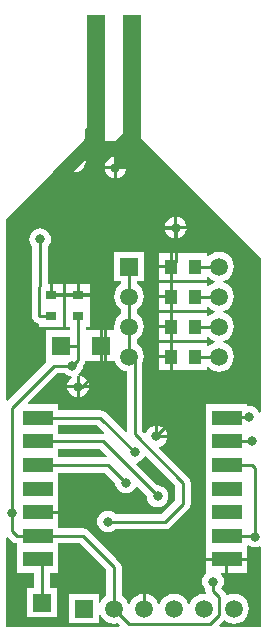
<source format=gbl>
%FSTAX24Y24*%
%MOIN*%
G70*
G01*
G75*
G04 Layer_Physical_Order=2*
G04 Layer_Color=16711680*
%ADD10R,0.0709X0.0709*%
%ADD11R,0.0512X0.0472*%
%ADD12R,0.0374X0.1004*%
%ADD13R,0.1299X0.1004*%
%ADD14R,0.0512X0.0394*%
%ADD15R,0.0394X0.0512*%
%ADD16R,0.0630X0.0630*%
%ADD17O,0.0906X0.0236*%
%ADD18C,0.0100*%
%ADD19R,0.0591X0.0591*%
%ADD20C,0.0591*%
%ADD21C,0.0320*%
%ADD22R,0.0630X0.0630*%
%ADD23R,0.0374X0.0315*%
%ADD24R,0.0984X0.0512*%
G36*
X237751Y186338D02*
X237732Y186292D01*
X236143D01*
Y186369D01*
Y18657D01*
X23752D01*
X237751Y186338D01*
D02*
G37*
G36*
X237676Y187118D02*
X237652Y187074D01*
X237625Y187079D01*
X236143D01*
Y187156D01*
Y187357D01*
X237437D01*
X237676Y187118D01*
D02*
G37*
G36*
X238891Y196927D02*
X242886Y192932D01*
Y187787D01*
X242837Y187778D01*
X242814Y187831D01*
X242757Y187906D01*
X242682Y187964D01*
X242594Y188D01*
X2425Y188013D01*
X242479Y18801D01*
X242442Y188043D01*
Y188068D01*
X241057D01*
Y187156D01*
Y186369D01*
Y185581D01*
Y184794D01*
Y184006D01*
Y183219D01*
Y182937D01*
X242442D01*
Y183219D01*
Y183337D01*
X242487Y18336D01*
X242518Y183335D01*
X242606Y183299D01*
X2427Y183286D01*
X242794Y183299D01*
X242844Y18332D01*
X242886Y183292D01*
Y180646D01*
X241522D01*
X241503Y180692D01*
X241676Y180864D01*
X241686Y180866D01*
X24175Y180817D01*
X241871Y180767D01*
X242Y18075D01*
X242129Y180767D01*
X24225Y180817D01*
X242353Y180896D01*
X242433Y181D01*
X242483Y18112D01*
X2425Y18125D01*
X242483Y181379D01*
X242433Y181499D01*
X242353Y181603D01*
X24225Y181682D01*
X242129Y181732D01*
X242Y181749D01*
X241871Y181732D01*
X241781Y181695D01*
X241737Y181718D01*
X241731Y181748D01*
X241676Y18183D01*
X241581Y181925D01*
X241614Y181968D01*
X241651Y182056D01*
X241663Y18215D01*
X241651Y182244D01*
X241614Y182331D01*
X241557Y182406D01*
X241565Y182431D01*
X2417D01*
Y182837D01*
X241057D01*
Y182431D01*
X241057Y182431D01*
X241057D01*
X241061Y18242D01*
X241043Y182406D01*
X240986Y182331D01*
X240949Y182244D01*
X240937Y18215D01*
X240949Y182056D01*
X240986Y181968D01*
X241043Y181893D01*
X241045Y181891D01*
Y181845D01*
X241058Y181783D01*
X241023Y181746D01*
X241Y181749D01*
X240871Y181732D01*
X24075Y181682D01*
X240647Y181603D01*
X240567Y181499D01*
X240525Y181397D01*
X240475D01*
X240433Y181499D01*
X240353Y181603D01*
X24025Y181682D01*
X240129Y181732D01*
X24Y181749D01*
X239871Y181732D01*
X23975Y181682D01*
X239647Y181603D01*
X239567Y181499D01*
X239525Y181397D01*
X239475D01*
X239433Y181499D01*
X239353Y181603D01*
X23925Y181682D01*
X239129Y181732D01*
X23905Y181743D01*
Y18125D01*
X23895D01*
Y181743D01*
X238871Y181732D01*
X23875Y181682D01*
X238647Y181603D01*
X238567Y181499D01*
X238525Y181397D01*
X238475D01*
X238433Y181499D01*
X238353Y181603D01*
X238255Y181678D01*
Y18265D01*
X238235Y182747D01*
X23818Y18283D01*
X237155Y183855D01*
X237072Y18391D01*
X236975Y18393D01*
X236143D01*
Y184006D01*
Y184412D01*
X23545D01*
Y184512D01*
X236143D01*
Y184794D01*
Y185581D01*
Y185782D01*
X237707D01*
X238037Y185452D01*
X238037Y18545D01*
X238049Y185356D01*
X238086Y185268D01*
X238143Y185193D01*
X238218Y185135D01*
X238306Y185099D01*
X2384Y185086D01*
X238494Y185099D01*
X238582Y185135D01*
X238657Y185193D01*
X238714Y185268D01*
X238728Y185302D01*
X238778Y185312D01*
X239087Y185002D01*
X239087Y185D01*
X239099Y184906D01*
X239136Y184818D01*
X239193Y184743D01*
X239268Y184685D01*
X239356Y184649D01*
X23945Y184636D01*
X239544Y184649D01*
X239632Y184685D01*
X239707Y184743D01*
X239764Y184818D01*
X239801Y184906D01*
X239813Y185D01*
X239801Y185094D01*
X239764Y185181D01*
X239707Y185256D01*
X239632Y185314D01*
X239544Y18535D01*
X23945Y185363D01*
X239448Y185362D01*
X238741Y186069D01*
X238757Y186117D01*
X238778Y186119D01*
X238866Y186156D01*
X238941Y186213D01*
X238999Y186289D01*
X23901Y186316D01*
X239059Y186325D01*
X240045Y185339D01*
Y184855D01*
X239594Y184405D01*
X238058D01*
X238057Y184406D01*
X237982Y184464D01*
X237894Y1845D01*
X2378Y184513D01*
X237706Y1845D01*
X237618Y184464D01*
X237543Y184406D01*
X237486Y184331D01*
X237449Y184244D01*
X237437Y18415D01*
X237449Y184056D01*
X237486Y183968D01*
X237543Y183893D01*
X237618Y183835D01*
X237706Y183799D01*
X2378Y183786D01*
X237894Y183799D01*
X237982Y183835D01*
X238057Y183893D01*
X238058Y183895D01*
X2397D01*
X239798Y183914D01*
X23988Y183969D01*
X24048Y184569D01*
X240536Y184652D01*
X240555Y18475D01*
X240555Y18475D01*
X240555Y18475D01*
Y18475D01*
Y185445D01*
X240536Y185542D01*
X24048Y185625D01*
X239492Y186613D01*
X239505Y186649D01*
X239592Y186685D01*
X239667Y186743D01*
X239725Y186818D01*
X239761Y186906D01*
X239767Y18695D01*
X239411D01*
Y186999D01*
X239361D01*
Y187356D01*
X239317Y18735D01*
X239229Y187314D01*
X239154Y187256D01*
X239096Y187181D01*
X239063Y187101D01*
X239014Y187091D01*
X238939Y187166D01*
Y189416D01*
X238983Y18952D01*
X239Y18965D01*
X238983Y189779D01*
X238933Y189899D01*
X238853Y190003D01*
X238755Y190078D01*
Y190221D01*
X238853Y190296D01*
X238933Y1904D01*
X238983Y19052D01*
X239Y19065D01*
X238983Y190779D01*
X238933Y190899D01*
X238853Y191003D01*
X238755Y191078D01*
Y191221D01*
X238853Y191296D01*
X238933Y1914D01*
X238983Y19152D01*
X239Y19165D01*
X238983Y191779D01*
X238933Y191899D01*
X238853Y192003D01*
X238755Y192078D01*
Y192154D01*
X238995D01*
Y193145D01*
X238005D01*
Y192154D01*
X238245D01*
Y192078D01*
X238147Y192003D01*
X238067Y191899D01*
X238017Y191779D01*
X238Y19165D01*
X238017Y19152D01*
X238067Y1914D01*
X238147Y191296D01*
X238245Y191221D01*
Y191078D01*
X238147Y191003D01*
X238067Y190899D01*
X238017Y190779D01*
X238Y19065D01*
X238011Y190566D01*
X237978Y190528D01*
X237632D01*
Y190013D01*
Y189498D01*
X238027D01*
X238067Y1894D01*
X238147Y189296D01*
X23825Y189217D01*
X238371Y189167D01*
X238429Y189159D01*
Y187151D01*
X238383Y187132D01*
X237723Y187792D01*
X23764Y187847D01*
X237543Y187867D01*
X236143D01*
Y188068D01*
X235144D01*
X235125Y188114D01*
X236106Y189095D01*
X236342D01*
X236343Y189093D01*
X236418Y189035D01*
X236506Y188999D01*
X236576Y18899D01*
X236589Y188941D01*
X236543Y188906D01*
X236486Y188831D01*
X236449Y188744D01*
X236443Y1887D01*
X23675D01*
Y189006D01*
X2368Y189013D01*
X236824Y18901D01*
X236811Y189058D01*
X236857Y189093D01*
X236914Y189168D01*
X236951Y189256D01*
X236963Y18935D01*
X236963Y189352D01*
X23698Y189369D01*
X237036Y189452D01*
X237045Y189498D01*
X237067D01*
Y189498D01*
X237532D01*
Y190013D01*
Y190528D01*
X237067D01*
D01*
X237067D01*
X237055Y19054D01*
Y190638D01*
X237187D01*
Y191346D01*
Y191654D01*
X236413D01*
Y191346D01*
Y190638D01*
X236545D01*
Y190528D01*
X235728D01*
Y189498D01*
X235728Y189498D01*
X235728D01*
X235746Y189456D01*
X234458Y188168D01*
X234412Y188187D01*
Y194239D01*
X235973Y1958D01*
X235941D01*
X237041Y1969D01*
Y197228D01*
X237091Y197278D01*
Y201037D01*
X2377D01*
Y196859D01*
X237688Y196847D01*
X2377Y196845D01*
X238041D01*
Y19685D01*
X238291Y1971D01*
Y201037D01*
X238891D01*
Y196927D01*
D02*
G37*
G36*
X234595Y183495D02*
X234677Y183439D01*
X234758Y183423D01*
Y183219D01*
Y182431D01*
X235345D01*
Y181945D01*
X235105D01*
Y180954D01*
X236095D01*
Y181945D01*
X235855D01*
Y182431D01*
X236143D01*
Y183219D01*
Y18342D01*
X236869D01*
X237745Y182544D01*
Y181678D01*
X237647Y181603D01*
X237567Y181499D01*
X237544Y181444D01*
X237495Y181453D01*
Y181745D01*
X236505D01*
Y180754D01*
X237495D01*
Y181046D01*
X237544Y181056D01*
X237567Y181D01*
X237647Y180896D01*
X23775Y180817D01*
X237871Y180767D01*
X238Y18075D01*
X238123Y180766D01*
X238197Y180692D01*
X238178Y180646D01*
X234412D01*
Y183612D01*
X234458Y183631D01*
X234595Y183495D01*
D02*
G37*
%LPC*%
G36*
X235535Y19392D02*
X235441Y193907D01*
X235353Y193871D01*
X235278Y193813D01*
X23522Y193738D01*
X235184Y193651D01*
X235172Y193557D01*
X235184Y193463D01*
X23522Y193375D01*
X235278Y1933D01*
X23528Y193299D01*
Y192067D01*
X235278Y192063D01*
X235258Y191966D01*
Y191019D01*
X235258Y191019D01*
X235258D01*
X235278Y190922D01*
X235333Y190839D01*
X235357Y190815D01*
X235439Y19076D01*
X235513Y190745D01*
Y190638D01*
X236287D01*
Y191346D01*
Y191654D01*
X2359D01*
Y191704D01*
X23585D01*
Y192061D01*
X23579D01*
Y193299D01*
X235791Y1933D01*
X235849Y193375D01*
X235885Y193463D01*
X235898Y193557D01*
X235885Y193651D01*
X235849Y193738D01*
X235791Y193813D01*
X235716Y193871D01*
X235629Y193907D01*
X235535Y19392D01*
D02*
G37*
G36*
X239856Y190106D02*
X239509D01*
Y1897D01*
X239856D01*
Y190106D01*
D02*
G37*
G36*
Y1906D02*
X239509D01*
Y190194D01*
X239856D01*
Y1906D01*
D02*
G37*
G36*
Y192106D02*
X239509D01*
Y1917D01*
X239856D01*
Y192106D01*
D02*
G37*
G36*
Y1916D02*
X239509D01*
Y191194D01*
X239856D01*
Y1916D01*
D02*
G37*
G36*
Y191106D02*
X239509D01*
Y1907D01*
X239856D01*
Y191106D01*
D02*
G37*
G36*
X23675Y1886D02*
X236443D01*
X236449Y188556D01*
X236486Y188468D01*
X236543Y188393D01*
X236618Y188335D01*
X236706Y188299D01*
X23675Y188293D01*
Y1886D01*
D02*
G37*
G36*
X239461Y187356D02*
Y18705D01*
X239767D01*
X239761Y187094D01*
X239725Y187181D01*
X239667Y187256D01*
X239592Y187314D01*
X239505Y18735D01*
X239461Y187356D01*
D02*
G37*
G36*
X242442Y182837D02*
X2418D01*
Y182431D01*
X242442D01*
Y182837D01*
D02*
G37*
G36*
X239856Y1896D02*
X239509D01*
Y189194D01*
X239856D01*
Y1896D01*
D02*
G37*
G36*
X23685Y189006D02*
Y1887D01*
X237157D01*
X237151Y188744D01*
X237114Y188831D01*
X237057Y188906D01*
X236982Y188964D01*
X236894Y189D01*
X23685Y189006D01*
D02*
G37*
G36*
X237157Y1886D02*
X23685D01*
Y188293D01*
X236894Y188299D01*
X236982Y188335D01*
X237057Y188393D01*
X237114Y188468D01*
X237151Y188556D01*
X237157Y1886D01*
D02*
G37*
G36*
X237991Y1959D02*
X237684D01*
X23769Y195856D01*
X237726Y195768D01*
X237784Y195693D01*
X237859Y195636D01*
X237947Y195599D01*
X237991Y195593D01*
Y1959D01*
D02*
G37*
G36*
X240112Y194307D02*
Y194D01*
X240419D01*
X240413Y194044D01*
X240377Y194132D01*
X240319Y194207D01*
X240244Y194265D01*
X240156Y194301D01*
X240112Y194307D01*
D02*
G37*
G36*
X240012D02*
X239968Y194301D01*
X239881Y194265D01*
X239805Y194207D01*
X239748Y194132D01*
X239711Y194044D01*
X239706Y194D01*
X240012D01*
Y194307D01*
D02*
G37*
G36*
X238397Y1959D02*
X238091D01*
Y195593D01*
X238135Y195599D01*
X238222Y195636D01*
X238297Y195693D01*
X238355Y195768D01*
X238391Y195856D01*
X238397Y1959D01*
D02*
G37*
G36*
X237442Y196601D02*
X237339Y196499D01*
X237397Y196543D01*
X237442Y196601D01*
D02*
G37*
G36*
X237991Y196307D02*
X237947Y196301D01*
X237859Y196264D01*
X237784Y196207D01*
X237726Y196132D01*
X23769Y196044D01*
X237684Y196D01*
X237991D01*
Y196307D01*
D02*
G37*
G36*
X237046Y196206D02*
X236641Y1958D01*
X236595D01*
X236597Y195799D01*
X236691Y195787D01*
X236785Y195799D01*
X236872Y195836D01*
X236947Y195893D01*
X237005Y195968D01*
X237041Y196056D01*
X237054Y19615D01*
X237046Y196206D01*
D02*
G37*
G36*
X240419Y1939D02*
X240112D01*
Y193594D01*
X240156Y1936D01*
X240244Y193636D01*
X240319Y193694D01*
X240377Y193769D01*
X240413Y193856D01*
X240419Y1939D01*
D02*
G37*
G36*
X237187Y192061D02*
X23685D01*
Y191754D01*
X237187D01*
Y192061D01*
D02*
G37*
G36*
X23675D02*
X236413D01*
Y191754D01*
X23675D01*
Y192061D01*
D02*
G37*
G36*
X236287D02*
X23595D01*
Y191754D01*
X236287D01*
Y192061D01*
D02*
G37*
G36*
X239856Y1926D02*
X239509D01*
Y192194D01*
X239856D01*
Y1926D01*
D02*
G37*
G36*
X240012Y1939D02*
X239706D01*
X239711Y193856D01*
X239748Y193769D01*
X239805Y193694D01*
X239881Y193636D01*
X239968Y1936D01*
X240012Y193594D01*
Y1939D01*
D02*
G37*
G36*
X2415Y193149D02*
X241371Y193132D01*
X24125Y193082D01*
X241147Y193003D01*
X241138Y192991D01*
X241091Y193007D01*
Y193106D01*
X239956D01*
Y192649D01*
Y192194D01*
X241091D01*
Y192292D01*
X241138Y192308D01*
X241147Y192296D01*
X24125Y192217D01*
X241353Y192175D01*
Y192125D01*
X24125Y192082D01*
X241147Y192003D01*
X241138Y191991D01*
X241091Y192007D01*
Y192106D01*
X239956D01*
Y191649D01*
Y191194D01*
X241091D01*
Y191292D01*
X241138Y191308D01*
X241147Y191296D01*
X24125Y191217D01*
X241353Y191175D01*
Y191125D01*
X24125Y191082D01*
X241147Y191003D01*
X241138Y190991D01*
X241091Y191007D01*
Y191106D01*
X239956D01*
Y19065D01*
Y190194D01*
X241091D01*
Y190292D01*
X241138Y190308D01*
X241147Y190296D01*
X24125Y190217D01*
X241353Y190175D01*
Y190125D01*
X24125Y190082D01*
X241147Y190003D01*
X241138Y189991D01*
X241091Y190007D01*
Y190106D01*
X239956D01*
Y18965D01*
Y189194D01*
X241091D01*
Y189292D01*
X241138Y189308D01*
X241147Y189296D01*
X24125Y189217D01*
X241371Y189167D01*
X2415Y18915D01*
X241629Y189167D01*
X24175Y189217D01*
X241853Y189296D01*
X241933Y1894D01*
X241983Y18952D01*
X242Y18965D01*
X241983Y189779D01*
X241933Y189899D01*
X241853Y190003D01*
X24175Y190082D01*
X241647Y190125D01*
Y190175D01*
X24175Y190217D01*
X241853Y190296D01*
X241933Y1904D01*
X241983Y19052D01*
X242Y19065D01*
X241983Y190779D01*
X241933Y190899D01*
X241853Y191003D01*
X24175Y191082D01*
X241647Y191125D01*
Y191175D01*
X24175Y191217D01*
X241853Y191296D01*
X241933Y1914D01*
X241983Y19152D01*
X242Y19165D01*
X241983Y191779D01*
X241933Y191899D01*
X241853Y192003D01*
X24175Y192082D01*
X241647Y192125D01*
Y192175D01*
X24175Y192217D01*
X241853Y192296D01*
X241933Y1924D01*
X241983Y19252D01*
X242Y19265D01*
X241983Y192779D01*
X241933Y192899D01*
X241853Y193003D01*
X24175Y193082D01*
X241629Y193132D01*
X2415Y193149D01*
D02*
G37*
G36*
X239856Y193106D02*
X239509D01*
Y1927D01*
X239856D01*
Y193106D01*
D02*
G37*
%LPD*%
D15*
X240694Y19165D02*
D03*
X239906D02*
D03*
X240694Y19265D02*
D03*
X239906D02*
D03*
X240694Y19065D02*
D03*
X239906D02*
D03*
X240694Y18965D02*
D03*
X239906D02*
D03*
D18*
X2377Y189423D02*
Y193163D01*
X2368Y191704D02*
X2377D01*
X2346Y18385D02*
Y18795D01*
X2368Y190013D02*
Y190995D01*
Y18955D02*
Y190013D01*
X236243D02*
X2368D01*
X240653Y182887D02*
Y186076D01*
Y182887D02*
X24175D01*
X239138D02*
X240653D01*
X239865Y187454D02*
X239906Y187495D01*
X239411Y187D02*
X239865Y187454D01*
Y186864D02*
Y187454D01*
Y186864D02*
X240653Y186076D01*
X239906Y187495D02*
Y18965D01*
X2403Y18475D02*
Y185445D01*
X238684Y187061D02*
X2403Y185445D01*
X238684Y187061D02*
Y189465D01*
X237543Y187612D02*
X238684Y18647D01*
X23545Y187612D02*
X237543D01*
X2385Y18965D02*
X238684Y189465D01*
X235535Y191988D02*
Y193557D01*
X235513Y191019D02*
Y191966D01*
Y191019D02*
X235537Y190995D01*
X235513Y191966D02*
X235535Y191988D01*
X235537Y190995D02*
X2359D01*
X2366Y18935D02*
X2368Y18955D01*
Y18865D02*
X236927D01*
X2377Y189423D01*
X239906Y19165D02*
Y19265D01*
Y19065D02*
Y19165D01*
Y18965D02*
Y19065D01*
Y19265D02*
X240062Y192806D01*
Y19395D01*
X238487D02*
X240062D01*
X2377Y193163D02*
X238487Y19395D01*
X2359Y191704D02*
X2368D01*
X240694Y18965D02*
X2415D01*
X240694Y19065D02*
X2415D01*
X240694Y19165D02*
X2415D01*
X240694Y19265D02*
X2415D01*
X2346Y18795D02*
X236Y18935D01*
X2367Y18875D02*
X2368Y18865D01*
X236Y18935D02*
X2366D01*
X2385Y19165D02*
Y19265D01*
Y19065D02*
Y19165D01*
Y18965D02*
Y19065D01*
X2397Y18415D02*
X2403Y18475D01*
X2378Y18415D02*
X2397D01*
X2383Y18275D02*
X239D01*
X236587Y184462D02*
X2383Y18275D01*
X23545Y184462D02*
X236587D01*
X2346Y18385D02*
X234775Y183675D01*
X23545D01*
X2385Y18075D02*
X2412D01*
X2413Y181845D02*
Y18215D01*
Y181845D02*
X241495Y18165D01*
Y181044D02*
Y18165D01*
X2412Y18075D02*
X241495Y181044D01*
X238Y18125D02*
X2385Y18075D01*
X242675Y183675D02*
X2427Y18365D01*
X24175Y183675D02*
X242675D01*
X2427Y18365D02*
Y18595D01*
X242613Y186037D02*
X2427Y18595D01*
X24175Y186037D02*
X242613D01*
X239Y18275D02*
X239138Y182887D01*
X239Y18125D02*
Y18275D01*
X238Y18125D02*
Y18265D01*
X236975Y183675D02*
X238Y18265D01*
X23545Y183675D02*
X236975D01*
X24175Y187612D02*
X241787Y18765D01*
X2425D01*
X24175Y186824D02*
X242575D01*
X2426Y18685D01*
X23545Y182887D02*
X2356Y182738D01*
Y18145D02*
Y182738D01*
X23545Y186037D02*
X237813D01*
X2384Y18545D01*
X23545Y186824D02*
X237625D01*
X23945Y185D01*
D19*
X237Y18125D02*
D03*
X2356Y18145D02*
D03*
X2385Y19265D02*
D03*
D20*
X238Y18125D02*
D03*
X239D02*
D03*
X24D02*
D03*
X241D02*
D03*
X242D02*
D03*
X2385Y19165D02*
D03*
Y19065D02*
D03*
Y18965D02*
D03*
X2415Y19265D02*
D03*
Y19165D02*
D03*
Y19065D02*
D03*
Y18965D02*
D03*
D21*
X236691Y19615D02*
D03*
X237141Y1968D02*
D03*
X238041Y19595D02*
D03*
X238491Y1967D02*
D03*
X239411Y187D02*
D03*
X238684Y18647D02*
D03*
X235535Y193557D02*
D03*
X240062Y19395D02*
D03*
X2368Y18865D02*
D03*
X2366Y18935D02*
D03*
X234606Y184443D02*
D03*
X2378Y18415D02*
D03*
X2413Y18215D02*
D03*
X2427Y18365D02*
D03*
X2425Y18765D02*
D03*
X2426Y18685D02*
D03*
X2384Y18545D02*
D03*
X23945Y185D02*
D03*
D22*
X236243Y190013D02*
D03*
X237582D02*
D03*
D23*
X2359Y191704D02*
D03*
Y190995D02*
D03*
X2368D02*
D03*
Y191704D02*
D03*
D24*
X24175Y187612D02*
D03*
Y186824D02*
D03*
Y186037D02*
D03*
Y18525D02*
D03*
Y184462D02*
D03*
Y183675D02*
D03*
Y182887D02*
D03*
X23545Y187612D02*
D03*
Y186824D02*
D03*
Y186037D02*
D03*
Y18525D02*
D03*
Y184462D02*
D03*
Y183675D02*
D03*
Y182887D02*
D03*
M02*

</source>
